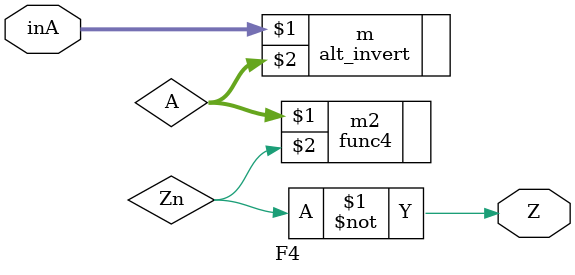
<source format=v>
module F4(inA, Z
	);

	// Assigning ports as in/out
	input [3:0] inA;
	output Z;

	wire [3:0] A;
	alt_invert #(4) m(inA, A);

	wire Zn;
	func4 m2(A, Zn);

	assign Z = ~Zn;

endmodule

</source>
